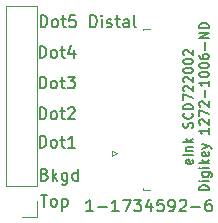
<source format=gbr>
%TF.GenerationSoftware,KiCad,Pcbnew,5.1.7-a382d34a8~88~ubuntu16.04.1*%
%TF.CreationDate,2022-04-02T16:43:33-04:00*%
%TF.ProjectId,eInkBreakout,65496e6b-4272-4656-916b-6f75742e6b69,rev?*%
%TF.SameCoordinates,Original*%
%TF.FileFunction,Legend,Top*%
%TF.FilePolarity,Positive*%
%FSLAX46Y46*%
G04 Gerber Fmt 4.6, Leading zero omitted, Abs format (unit mm)*
G04 Created by KiCad (PCBNEW 5.1.7-a382d34a8~88~ubuntu16.04.1) date 2022-04-02 16:43:33*
%MOMM*%
%LPD*%
G01*
G04 APERTURE LIST*
%ADD10C,0.150000*%
%ADD11C,0.120000*%
G04 APERTURE END LIST*
D10*
X110048809Y-111095238D02*
X110086904Y-111171428D01*
X110086904Y-111323809D01*
X110048809Y-111400000D01*
X109972619Y-111438095D01*
X109667857Y-111438095D01*
X109591666Y-111400000D01*
X109553571Y-111323809D01*
X109553571Y-111171428D01*
X109591666Y-111095238D01*
X109667857Y-111057142D01*
X109744047Y-111057142D01*
X109820238Y-111438095D01*
X110086904Y-110714285D02*
X109286904Y-110714285D01*
X109553571Y-110333333D02*
X110086904Y-110333333D01*
X109629761Y-110333333D02*
X109591666Y-110295238D01*
X109553571Y-110219047D01*
X109553571Y-110104761D01*
X109591666Y-110028571D01*
X109667857Y-109990476D01*
X110086904Y-109990476D01*
X110086904Y-109609523D02*
X109286904Y-109609523D01*
X109782142Y-109533333D02*
X110086904Y-109304761D01*
X109553571Y-109304761D02*
X109858333Y-109609523D01*
X110048809Y-108390476D02*
X110086904Y-108276190D01*
X110086904Y-108085714D01*
X110048809Y-108009523D01*
X110010714Y-107971428D01*
X109934523Y-107933333D01*
X109858333Y-107933333D01*
X109782142Y-107971428D01*
X109744047Y-108009523D01*
X109705952Y-108085714D01*
X109667857Y-108238095D01*
X109629761Y-108314285D01*
X109591666Y-108352380D01*
X109515476Y-108390476D01*
X109439285Y-108390476D01*
X109363095Y-108352380D01*
X109325000Y-108314285D01*
X109286904Y-108238095D01*
X109286904Y-108047619D01*
X109325000Y-107933333D01*
X110010714Y-107133333D02*
X110048809Y-107171428D01*
X110086904Y-107285714D01*
X110086904Y-107361904D01*
X110048809Y-107476190D01*
X109972619Y-107552380D01*
X109896428Y-107590476D01*
X109744047Y-107628571D01*
X109629761Y-107628571D01*
X109477380Y-107590476D01*
X109401190Y-107552380D01*
X109325000Y-107476190D01*
X109286904Y-107361904D01*
X109286904Y-107285714D01*
X109325000Y-107171428D01*
X109363095Y-107133333D01*
X110086904Y-106790476D02*
X109286904Y-106790476D01*
X109286904Y-106600000D01*
X109325000Y-106485714D01*
X109401190Y-106409523D01*
X109477380Y-106371428D01*
X109629761Y-106333333D01*
X109744047Y-106333333D01*
X109896428Y-106371428D01*
X109972619Y-106409523D01*
X110048809Y-106485714D01*
X110086904Y-106600000D01*
X110086904Y-106790476D01*
X109286904Y-106066666D02*
X109286904Y-105533333D01*
X110086904Y-105876190D01*
X109363095Y-105266666D02*
X109325000Y-105228571D01*
X109286904Y-105152380D01*
X109286904Y-104961904D01*
X109325000Y-104885714D01*
X109363095Y-104847619D01*
X109439285Y-104809523D01*
X109515476Y-104809523D01*
X109629761Y-104847619D01*
X110086904Y-105304761D01*
X110086904Y-104809523D01*
X109363095Y-104504761D02*
X109325000Y-104466666D01*
X109286904Y-104390476D01*
X109286904Y-104200000D01*
X109325000Y-104123809D01*
X109363095Y-104085714D01*
X109439285Y-104047619D01*
X109515476Y-104047619D01*
X109629761Y-104085714D01*
X110086904Y-104542857D01*
X110086904Y-104047619D01*
X109286904Y-103552380D02*
X109286904Y-103476190D01*
X109325000Y-103400000D01*
X109363095Y-103361904D01*
X109439285Y-103323809D01*
X109591666Y-103285714D01*
X109782142Y-103285714D01*
X109934523Y-103323809D01*
X110010714Y-103361904D01*
X110048809Y-103400000D01*
X110086904Y-103476190D01*
X110086904Y-103552380D01*
X110048809Y-103628571D01*
X110010714Y-103666666D01*
X109934523Y-103704761D01*
X109782142Y-103742857D01*
X109591666Y-103742857D01*
X109439285Y-103704761D01*
X109363095Y-103666666D01*
X109325000Y-103628571D01*
X109286904Y-103552380D01*
X109286904Y-102790476D02*
X109286904Y-102714285D01*
X109325000Y-102638095D01*
X109363095Y-102600000D01*
X109439285Y-102561904D01*
X109591666Y-102523809D01*
X109782142Y-102523809D01*
X109934523Y-102561904D01*
X110010714Y-102600000D01*
X110048809Y-102638095D01*
X110086904Y-102714285D01*
X110086904Y-102790476D01*
X110048809Y-102866666D01*
X110010714Y-102904761D01*
X109934523Y-102942857D01*
X109782142Y-102980952D01*
X109591666Y-102980952D01*
X109439285Y-102942857D01*
X109363095Y-102904761D01*
X109325000Y-102866666D01*
X109286904Y-102790476D01*
X109363095Y-102219047D02*
X109325000Y-102180952D01*
X109286904Y-102104761D01*
X109286904Y-101914285D01*
X109325000Y-101838095D01*
X109363095Y-101800000D01*
X109439285Y-101761904D01*
X109515476Y-101761904D01*
X109629761Y-101800000D01*
X110086904Y-102257142D01*
X110086904Y-101761904D01*
X111436904Y-113685714D02*
X110636904Y-113685714D01*
X110636904Y-113495238D01*
X110675000Y-113380952D01*
X110751190Y-113304761D01*
X110827380Y-113266666D01*
X110979761Y-113228571D01*
X111094047Y-113228571D01*
X111246428Y-113266666D01*
X111322619Y-113304761D01*
X111398809Y-113380952D01*
X111436904Y-113495238D01*
X111436904Y-113685714D01*
X111436904Y-112885714D02*
X110903571Y-112885714D01*
X110636904Y-112885714D02*
X110675000Y-112923809D01*
X110713095Y-112885714D01*
X110675000Y-112847619D01*
X110636904Y-112885714D01*
X110713095Y-112885714D01*
X110903571Y-112161904D02*
X111551190Y-112161904D01*
X111627380Y-112200000D01*
X111665476Y-112238095D01*
X111703571Y-112314285D01*
X111703571Y-112428571D01*
X111665476Y-112504761D01*
X111398809Y-112161904D02*
X111436904Y-112238095D01*
X111436904Y-112390476D01*
X111398809Y-112466666D01*
X111360714Y-112504761D01*
X111284523Y-112542857D01*
X111055952Y-112542857D01*
X110979761Y-112504761D01*
X110941666Y-112466666D01*
X110903571Y-112390476D01*
X110903571Y-112238095D01*
X110941666Y-112161904D01*
X111436904Y-111780952D02*
X110903571Y-111780952D01*
X110636904Y-111780952D02*
X110675000Y-111819047D01*
X110713095Y-111780952D01*
X110675000Y-111742857D01*
X110636904Y-111780952D01*
X110713095Y-111780952D01*
X111436904Y-111400000D02*
X110636904Y-111400000D01*
X111132142Y-111323809D02*
X111436904Y-111095238D01*
X110903571Y-111095238D02*
X111208333Y-111400000D01*
X111398809Y-110447619D02*
X111436904Y-110523809D01*
X111436904Y-110676190D01*
X111398809Y-110752380D01*
X111322619Y-110790476D01*
X111017857Y-110790476D01*
X110941666Y-110752380D01*
X110903571Y-110676190D01*
X110903571Y-110523809D01*
X110941666Y-110447619D01*
X111017857Y-110409523D01*
X111094047Y-110409523D01*
X111170238Y-110790476D01*
X110903571Y-110142857D02*
X111436904Y-109952380D01*
X110903571Y-109761904D02*
X111436904Y-109952380D01*
X111627380Y-110028571D01*
X111665476Y-110066666D01*
X111703571Y-110142857D01*
X111436904Y-108428571D02*
X111436904Y-108885714D01*
X111436904Y-108657142D02*
X110636904Y-108657142D01*
X110751190Y-108733333D01*
X110827380Y-108809523D01*
X110865476Y-108885714D01*
X110713095Y-108123809D02*
X110675000Y-108085714D01*
X110636904Y-108009523D01*
X110636904Y-107819047D01*
X110675000Y-107742857D01*
X110713095Y-107704761D01*
X110789285Y-107666666D01*
X110865476Y-107666666D01*
X110979761Y-107704761D01*
X111436904Y-108161904D01*
X111436904Y-107666666D01*
X110636904Y-107400000D02*
X110636904Y-106866666D01*
X111436904Y-107209523D01*
X110713095Y-106600000D02*
X110675000Y-106561904D01*
X110636904Y-106485714D01*
X110636904Y-106295238D01*
X110675000Y-106219047D01*
X110713095Y-106180952D01*
X110789285Y-106142857D01*
X110865476Y-106142857D01*
X110979761Y-106180952D01*
X111436904Y-106638095D01*
X111436904Y-106142857D01*
X111132142Y-105800000D02*
X111132142Y-105190476D01*
X111436904Y-104390476D02*
X111436904Y-104847619D01*
X111436904Y-104619047D02*
X110636904Y-104619047D01*
X110751190Y-104695238D01*
X110827380Y-104771428D01*
X110865476Y-104847619D01*
X110636904Y-103895238D02*
X110636904Y-103819047D01*
X110675000Y-103742857D01*
X110713095Y-103704761D01*
X110789285Y-103666666D01*
X110941666Y-103628571D01*
X111132142Y-103628571D01*
X111284523Y-103666666D01*
X111360714Y-103704761D01*
X111398809Y-103742857D01*
X111436904Y-103819047D01*
X111436904Y-103895238D01*
X111398809Y-103971428D01*
X111360714Y-104009523D01*
X111284523Y-104047619D01*
X111132142Y-104085714D01*
X110941666Y-104085714D01*
X110789285Y-104047619D01*
X110713095Y-104009523D01*
X110675000Y-103971428D01*
X110636904Y-103895238D01*
X110636904Y-103133333D02*
X110636904Y-103057142D01*
X110675000Y-102980952D01*
X110713095Y-102942857D01*
X110789285Y-102904761D01*
X110941666Y-102866666D01*
X111132142Y-102866666D01*
X111284523Y-102904761D01*
X111360714Y-102942857D01*
X111398809Y-102980952D01*
X111436904Y-103057142D01*
X111436904Y-103133333D01*
X111398809Y-103209523D01*
X111360714Y-103247619D01*
X111284523Y-103285714D01*
X111132142Y-103323809D01*
X110941666Y-103323809D01*
X110789285Y-103285714D01*
X110713095Y-103247619D01*
X110675000Y-103209523D01*
X110636904Y-103133333D01*
X110636904Y-102180952D02*
X110636904Y-102333333D01*
X110675000Y-102409523D01*
X110713095Y-102447619D01*
X110827380Y-102523809D01*
X110979761Y-102561904D01*
X111284523Y-102561904D01*
X111360714Y-102523809D01*
X111398809Y-102485714D01*
X111436904Y-102409523D01*
X111436904Y-102257142D01*
X111398809Y-102180952D01*
X111360714Y-102142857D01*
X111284523Y-102104761D01*
X111094047Y-102104761D01*
X111017857Y-102142857D01*
X110979761Y-102180952D01*
X110941666Y-102257142D01*
X110941666Y-102409523D01*
X110979761Y-102485714D01*
X111017857Y-102523809D01*
X111094047Y-102561904D01*
X111132142Y-101761904D02*
X111132142Y-101152380D01*
X111436904Y-100771428D02*
X110636904Y-100771428D01*
X111436904Y-100314285D01*
X110636904Y-100314285D01*
X111436904Y-99933333D02*
X110636904Y-99933333D01*
X110636904Y-99742857D01*
X110675000Y-99628571D01*
X110751190Y-99552380D01*
X110827380Y-99514285D01*
X110979761Y-99476190D01*
X111094047Y-99476190D01*
X111246428Y-99514285D01*
X111322619Y-99552380D01*
X111398809Y-99628571D01*
X111436904Y-99742857D01*
X111436904Y-99933333D01*
X101638095Y-115452380D02*
X101066666Y-115452380D01*
X101352380Y-115452380D02*
X101352380Y-114452380D01*
X101257142Y-114595238D01*
X101161904Y-114690476D01*
X101066666Y-114738095D01*
X102066666Y-115071428D02*
X102828571Y-115071428D01*
X103828571Y-115452380D02*
X103257142Y-115452380D01*
X103542857Y-115452380D02*
X103542857Y-114452380D01*
X103447619Y-114595238D01*
X103352380Y-114690476D01*
X103257142Y-114738095D01*
X104161904Y-114452380D02*
X104828571Y-114452380D01*
X104400000Y-115452380D01*
X105114285Y-114452380D02*
X105733333Y-114452380D01*
X105400000Y-114833333D01*
X105542857Y-114833333D01*
X105638095Y-114880952D01*
X105685714Y-114928571D01*
X105733333Y-115023809D01*
X105733333Y-115261904D01*
X105685714Y-115357142D01*
X105638095Y-115404761D01*
X105542857Y-115452380D01*
X105257142Y-115452380D01*
X105161904Y-115404761D01*
X105114285Y-115357142D01*
X106590476Y-114785714D02*
X106590476Y-115452380D01*
X106352380Y-114404761D02*
X106114285Y-115119047D01*
X106733333Y-115119047D01*
X107590476Y-114452380D02*
X107114285Y-114452380D01*
X107066666Y-114928571D01*
X107114285Y-114880952D01*
X107209523Y-114833333D01*
X107447619Y-114833333D01*
X107542857Y-114880952D01*
X107590476Y-114928571D01*
X107638095Y-115023809D01*
X107638095Y-115261904D01*
X107590476Y-115357142D01*
X107542857Y-115404761D01*
X107447619Y-115452380D01*
X107209523Y-115452380D01*
X107114285Y-115404761D01*
X107066666Y-115357142D01*
X108114285Y-115452380D02*
X108304761Y-115452380D01*
X108400000Y-115404761D01*
X108447619Y-115357142D01*
X108542857Y-115214285D01*
X108590476Y-115023809D01*
X108590476Y-114642857D01*
X108542857Y-114547619D01*
X108495238Y-114500000D01*
X108400000Y-114452380D01*
X108209523Y-114452380D01*
X108114285Y-114500000D01*
X108066666Y-114547619D01*
X108019047Y-114642857D01*
X108019047Y-114880952D01*
X108066666Y-114976190D01*
X108114285Y-115023809D01*
X108209523Y-115071428D01*
X108400000Y-115071428D01*
X108495238Y-115023809D01*
X108542857Y-114976190D01*
X108590476Y-114880952D01*
X108971428Y-114547619D02*
X109019047Y-114500000D01*
X109114285Y-114452380D01*
X109352380Y-114452380D01*
X109447619Y-114500000D01*
X109495238Y-114547619D01*
X109542857Y-114642857D01*
X109542857Y-114738095D01*
X109495238Y-114880952D01*
X108923809Y-115452380D01*
X109542857Y-115452380D01*
X109971428Y-115071428D02*
X110733333Y-115071428D01*
X111638095Y-114452380D02*
X111447619Y-114452380D01*
X111352380Y-114500000D01*
X111304761Y-114547619D01*
X111209523Y-114690476D01*
X111161904Y-114880952D01*
X111161904Y-115261904D01*
X111209523Y-115357142D01*
X111257142Y-115404761D01*
X111352380Y-115452380D01*
X111542857Y-115452380D01*
X111638095Y-115404761D01*
X111685714Y-115357142D01*
X111733333Y-115261904D01*
X111733333Y-115023809D01*
X111685714Y-114928571D01*
X111638095Y-114880952D01*
X111542857Y-114833333D01*
X111352380Y-114833333D01*
X111257142Y-114880952D01*
X111209523Y-114928571D01*
X111161904Y-115023809D01*
X97200000Y-99852380D02*
X97200000Y-98852380D01*
X97438095Y-98852380D01*
X97580952Y-98900000D01*
X97676190Y-98995238D01*
X97723809Y-99090476D01*
X97771428Y-99280952D01*
X97771428Y-99423809D01*
X97723809Y-99614285D01*
X97676190Y-99709523D01*
X97580952Y-99804761D01*
X97438095Y-99852380D01*
X97200000Y-99852380D01*
X98342857Y-99852380D02*
X98247619Y-99804761D01*
X98200000Y-99757142D01*
X98152380Y-99661904D01*
X98152380Y-99376190D01*
X98200000Y-99280952D01*
X98247619Y-99233333D01*
X98342857Y-99185714D01*
X98485714Y-99185714D01*
X98580952Y-99233333D01*
X98628571Y-99280952D01*
X98676190Y-99376190D01*
X98676190Y-99661904D01*
X98628571Y-99757142D01*
X98580952Y-99804761D01*
X98485714Y-99852380D01*
X98342857Y-99852380D01*
X98961904Y-99185714D02*
X99342857Y-99185714D01*
X99104761Y-98852380D02*
X99104761Y-99709523D01*
X99152380Y-99804761D01*
X99247619Y-99852380D01*
X99342857Y-99852380D01*
X100152380Y-98852380D02*
X99676190Y-98852380D01*
X99628571Y-99328571D01*
X99676190Y-99280952D01*
X99771428Y-99233333D01*
X100009523Y-99233333D01*
X100104761Y-99280952D01*
X100152380Y-99328571D01*
X100200000Y-99423809D01*
X100200000Y-99661904D01*
X100152380Y-99757142D01*
X100104761Y-99804761D01*
X100009523Y-99852380D01*
X99771428Y-99852380D01*
X99676190Y-99804761D01*
X99628571Y-99757142D01*
X101390476Y-99852380D02*
X101390476Y-98852380D01*
X101628571Y-98852380D01*
X101771428Y-98900000D01*
X101866666Y-98995238D01*
X101914285Y-99090476D01*
X101961904Y-99280952D01*
X101961904Y-99423809D01*
X101914285Y-99614285D01*
X101866666Y-99709523D01*
X101771428Y-99804761D01*
X101628571Y-99852380D01*
X101390476Y-99852380D01*
X102390476Y-99852380D02*
X102390476Y-99185714D01*
X102390476Y-98852380D02*
X102342857Y-98900000D01*
X102390476Y-98947619D01*
X102438095Y-98900000D01*
X102390476Y-98852380D01*
X102390476Y-98947619D01*
X102819047Y-99804761D02*
X102914285Y-99852380D01*
X103104761Y-99852380D01*
X103200000Y-99804761D01*
X103247619Y-99709523D01*
X103247619Y-99661904D01*
X103200000Y-99566666D01*
X103104761Y-99519047D01*
X102961904Y-99519047D01*
X102866666Y-99471428D01*
X102819047Y-99376190D01*
X102819047Y-99328571D01*
X102866666Y-99233333D01*
X102961904Y-99185714D01*
X103104761Y-99185714D01*
X103200000Y-99233333D01*
X103533333Y-99185714D02*
X103914285Y-99185714D01*
X103676190Y-98852380D02*
X103676190Y-99709523D01*
X103723809Y-99804761D01*
X103819047Y-99852380D01*
X103914285Y-99852380D01*
X104676190Y-99852380D02*
X104676190Y-99328571D01*
X104628571Y-99233333D01*
X104533333Y-99185714D01*
X104342857Y-99185714D01*
X104247619Y-99233333D01*
X104676190Y-99804761D02*
X104580952Y-99852380D01*
X104342857Y-99852380D01*
X104247619Y-99804761D01*
X104200000Y-99709523D01*
X104200000Y-99614285D01*
X104247619Y-99519047D01*
X104342857Y-99471428D01*
X104580952Y-99471428D01*
X104676190Y-99423809D01*
X105295238Y-99852380D02*
X105200000Y-99804761D01*
X105152380Y-99709523D01*
X105152380Y-98852380D01*
X97123809Y-102452380D02*
X97123809Y-101452380D01*
X97361904Y-101452380D01*
X97504761Y-101500000D01*
X97600000Y-101595238D01*
X97647619Y-101690476D01*
X97695238Y-101880952D01*
X97695238Y-102023809D01*
X97647619Y-102214285D01*
X97600000Y-102309523D01*
X97504761Y-102404761D01*
X97361904Y-102452380D01*
X97123809Y-102452380D01*
X98266666Y-102452380D02*
X98171428Y-102404761D01*
X98123809Y-102357142D01*
X98076190Y-102261904D01*
X98076190Y-101976190D01*
X98123809Y-101880952D01*
X98171428Y-101833333D01*
X98266666Y-101785714D01*
X98409523Y-101785714D01*
X98504761Y-101833333D01*
X98552380Y-101880952D01*
X98600000Y-101976190D01*
X98600000Y-102261904D01*
X98552380Y-102357142D01*
X98504761Y-102404761D01*
X98409523Y-102452380D01*
X98266666Y-102452380D01*
X98885714Y-101785714D02*
X99266666Y-101785714D01*
X99028571Y-101452380D02*
X99028571Y-102309523D01*
X99076190Y-102404761D01*
X99171428Y-102452380D01*
X99266666Y-102452380D01*
X100028571Y-101785714D02*
X100028571Y-102452380D01*
X99790476Y-101404761D02*
X99552380Y-102119047D01*
X100171428Y-102119047D01*
X97123809Y-105052380D02*
X97123809Y-104052380D01*
X97361904Y-104052380D01*
X97504761Y-104100000D01*
X97600000Y-104195238D01*
X97647619Y-104290476D01*
X97695238Y-104480952D01*
X97695238Y-104623809D01*
X97647619Y-104814285D01*
X97600000Y-104909523D01*
X97504761Y-105004761D01*
X97361904Y-105052380D01*
X97123809Y-105052380D01*
X98266666Y-105052380D02*
X98171428Y-105004761D01*
X98123809Y-104957142D01*
X98076190Y-104861904D01*
X98076190Y-104576190D01*
X98123809Y-104480952D01*
X98171428Y-104433333D01*
X98266666Y-104385714D01*
X98409523Y-104385714D01*
X98504761Y-104433333D01*
X98552380Y-104480952D01*
X98600000Y-104576190D01*
X98600000Y-104861904D01*
X98552380Y-104957142D01*
X98504761Y-105004761D01*
X98409523Y-105052380D01*
X98266666Y-105052380D01*
X98885714Y-104385714D02*
X99266666Y-104385714D01*
X99028571Y-104052380D02*
X99028571Y-104909523D01*
X99076190Y-105004761D01*
X99171428Y-105052380D01*
X99266666Y-105052380D01*
X99504761Y-104052380D02*
X100123809Y-104052380D01*
X99790476Y-104433333D01*
X99933333Y-104433333D01*
X100028571Y-104480952D01*
X100076190Y-104528571D01*
X100123809Y-104623809D01*
X100123809Y-104861904D01*
X100076190Y-104957142D01*
X100028571Y-105004761D01*
X99933333Y-105052380D01*
X99647619Y-105052380D01*
X99552380Y-105004761D01*
X99504761Y-104957142D01*
X97123809Y-107652380D02*
X97123809Y-106652380D01*
X97361904Y-106652380D01*
X97504761Y-106700000D01*
X97600000Y-106795238D01*
X97647619Y-106890476D01*
X97695238Y-107080952D01*
X97695238Y-107223809D01*
X97647619Y-107414285D01*
X97600000Y-107509523D01*
X97504761Y-107604761D01*
X97361904Y-107652380D01*
X97123809Y-107652380D01*
X98266666Y-107652380D02*
X98171428Y-107604761D01*
X98123809Y-107557142D01*
X98076190Y-107461904D01*
X98076190Y-107176190D01*
X98123809Y-107080952D01*
X98171428Y-107033333D01*
X98266666Y-106985714D01*
X98409523Y-106985714D01*
X98504761Y-107033333D01*
X98552380Y-107080952D01*
X98600000Y-107176190D01*
X98600000Y-107461904D01*
X98552380Y-107557142D01*
X98504761Y-107604761D01*
X98409523Y-107652380D01*
X98266666Y-107652380D01*
X98885714Y-106985714D02*
X99266666Y-106985714D01*
X99028571Y-106652380D02*
X99028571Y-107509523D01*
X99076190Y-107604761D01*
X99171428Y-107652380D01*
X99266666Y-107652380D01*
X99552380Y-106747619D02*
X99600000Y-106700000D01*
X99695238Y-106652380D01*
X99933333Y-106652380D01*
X100028571Y-106700000D01*
X100076190Y-106747619D01*
X100123809Y-106842857D01*
X100123809Y-106938095D01*
X100076190Y-107080952D01*
X99504761Y-107652380D01*
X100123809Y-107652380D01*
X97123809Y-110052380D02*
X97123809Y-109052380D01*
X97361904Y-109052380D01*
X97504761Y-109100000D01*
X97600000Y-109195238D01*
X97647619Y-109290476D01*
X97695238Y-109480952D01*
X97695238Y-109623809D01*
X97647619Y-109814285D01*
X97600000Y-109909523D01*
X97504761Y-110004761D01*
X97361904Y-110052380D01*
X97123809Y-110052380D01*
X98266666Y-110052380D02*
X98171428Y-110004761D01*
X98123809Y-109957142D01*
X98076190Y-109861904D01*
X98076190Y-109576190D01*
X98123809Y-109480952D01*
X98171428Y-109433333D01*
X98266666Y-109385714D01*
X98409523Y-109385714D01*
X98504761Y-109433333D01*
X98552380Y-109480952D01*
X98600000Y-109576190D01*
X98600000Y-109861904D01*
X98552380Y-109957142D01*
X98504761Y-110004761D01*
X98409523Y-110052380D01*
X98266666Y-110052380D01*
X98885714Y-109385714D02*
X99266666Y-109385714D01*
X99028571Y-109052380D02*
X99028571Y-109909523D01*
X99076190Y-110004761D01*
X99171428Y-110052380D01*
X99266666Y-110052380D01*
X100123809Y-110052380D02*
X99552380Y-110052380D01*
X99838095Y-110052380D02*
X99838095Y-109052380D01*
X99742857Y-109195238D01*
X99647619Y-109290476D01*
X99552380Y-109338095D01*
X97561904Y-112328571D02*
X97704761Y-112376190D01*
X97752380Y-112423809D01*
X97800000Y-112519047D01*
X97800000Y-112661904D01*
X97752380Y-112757142D01*
X97704761Y-112804761D01*
X97609523Y-112852380D01*
X97228571Y-112852380D01*
X97228571Y-111852380D01*
X97561904Y-111852380D01*
X97657142Y-111900000D01*
X97704761Y-111947619D01*
X97752380Y-112042857D01*
X97752380Y-112138095D01*
X97704761Y-112233333D01*
X97657142Y-112280952D01*
X97561904Y-112328571D01*
X97228571Y-112328571D01*
X98228571Y-112852380D02*
X98228571Y-111852380D01*
X98323809Y-112471428D02*
X98609523Y-112852380D01*
X98609523Y-112185714D02*
X98228571Y-112566666D01*
X99466666Y-112185714D02*
X99466666Y-112995238D01*
X99419047Y-113090476D01*
X99371428Y-113138095D01*
X99276190Y-113185714D01*
X99133333Y-113185714D01*
X99038095Y-113138095D01*
X99466666Y-112804761D02*
X99371428Y-112852380D01*
X99180952Y-112852380D01*
X99085714Y-112804761D01*
X99038095Y-112757142D01*
X98990476Y-112661904D01*
X98990476Y-112376190D01*
X99038095Y-112280952D01*
X99085714Y-112233333D01*
X99180952Y-112185714D01*
X99371428Y-112185714D01*
X99466666Y-112233333D01*
X100371428Y-112852380D02*
X100371428Y-111852380D01*
X100371428Y-112804761D02*
X100276190Y-112852380D01*
X100085714Y-112852380D01*
X99990476Y-112804761D01*
X99942857Y-112757142D01*
X99895238Y-112661904D01*
X99895238Y-112376190D01*
X99942857Y-112280952D01*
X99990476Y-112233333D01*
X100085714Y-112185714D01*
X100276190Y-112185714D01*
X100371428Y-112233333D01*
X97209523Y-114052380D02*
X97780952Y-114052380D01*
X97495238Y-115052380D02*
X97495238Y-114052380D01*
X98257142Y-115052380D02*
X98161904Y-115004761D01*
X98114285Y-114957142D01*
X98066666Y-114861904D01*
X98066666Y-114576190D01*
X98114285Y-114480952D01*
X98161904Y-114433333D01*
X98257142Y-114385714D01*
X98400000Y-114385714D01*
X98495238Y-114433333D01*
X98542857Y-114480952D01*
X98590476Y-114576190D01*
X98590476Y-114861904D01*
X98542857Y-114957142D01*
X98495238Y-115004761D01*
X98400000Y-115052380D01*
X98257142Y-115052380D01*
X99019047Y-114385714D02*
X99019047Y-115385714D01*
X99019047Y-114433333D02*
X99114285Y-114385714D01*
X99304761Y-114385714D01*
X99400000Y-114433333D01*
X99447619Y-114480952D01*
X99495238Y-114576190D01*
X99495238Y-114861904D01*
X99447619Y-114957142D01*
X99400000Y-115004761D01*
X99304761Y-115052380D01*
X99114285Y-115052380D01*
X99019047Y-115004761D01*
D11*
%TO.C,J2*%
X103250000Y-110350000D02*
X103250000Y-110750000D01*
X103650000Y-110550000D02*
X103250000Y-110350000D01*
X103250000Y-110750000D02*
X103650000Y-110550000D01*
X105840000Y-99975000D02*
X106440000Y-99975000D01*
X105840000Y-100085000D02*
X105840000Y-99975000D01*
X105840000Y-113625000D02*
X106440000Y-113625000D01*
X105840000Y-113515000D02*
X105840000Y-113625000D01*
%TO.C,J1*%
X96930000Y-115930000D02*
X95600000Y-115930000D01*
X96930000Y-114600000D02*
X96930000Y-115930000D01*
X96930000Y-113330000D02*
X94270000Y-113330000D01*
X94270000Y-113330000D02*
X94270000Y-98030000D01*
X96930000Y-113330000D02*
X96930000Y-98030000D01*
X96930000Y-98030000D02*
X94270000Y-98030000D01*
%TD*%
M02*

</source>
